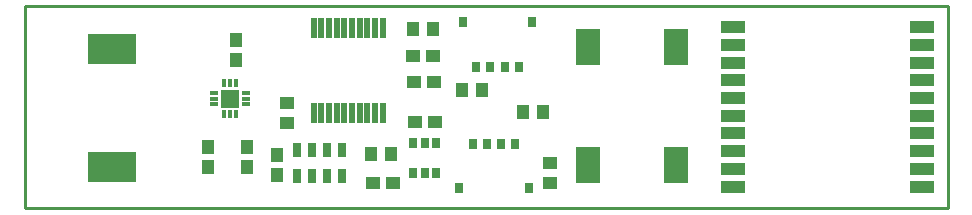
<source format=gts>
G75*
G70*
%OFA0B0*%
%FSLAX24Y24*%
%IPPOS*%
%LPD*%
%AMOC8*
5,1,8,0,0,1.08239X$1,22.5*
%
%ADD10C,0.0100*%
%ADD11R,0.0210X0.0700*%
%ADD12R,0.0473X0.0434*%
%ADD13R,0.0276X0.0473*%
%ADD14R,0.0434X0.0473*%
%ADD15R,0.0276X0.0355*%
%ADD16R,0.0276X0.0375*%
%ADD17R,0.0316X0.0355*%
%ADD18R,0.0631X0.0631*%
%ADD19R,0.0316X0.0150*%
%ADD20R,0.0150X0.0316*%
%ADD21R,0.0827X0.0434*%
%ADD22R,0.1615X0.0985*%
%ADD23R,0.0827X0.1221*%
D10*
X000150Y000336D02*
X000150Y007056D01*
X000150Y007076D02*
X030913Y007076D01*
X030913Y000336D01*
X000150Y000336D01*
D11*
X009786Y003508D03*
X010036Y003508D03*
X010296Y003508D03*
X010556Y003508D03*
X010806Y003508D03*
X011066Y003508D03*
X011316Y003508D03*
X011576Y003508D03*
X011836Y003508D03*
X012086Y003508D03*
X012086Y006348D03*
X011836Y006348D03*
X011576Y006348D03*
X011316Y006348D03*
X011066Y006348D03*
X010806Y006348D03*
X010556Y006348D03*
X010296Y006348D03*
X010036Y006348D03*
X009786Y006348D03*
D12*
X013096Y005412D03*
X013765Y005412D03*
X013782Y004564D03*
X013113Y004564D03*
X008897Y003856D03*
X008897Y003187D03*
X013156Y003226D03*
X013826Y003226D03*
X017661Y001836D03*
X017661Y001167D03*
X012430Y001182D03*
X011761Y001182D03*
D13*
X010712Y001429D03*
X010220Y001429D03*
X009728Y001429D03*
X009236Y001429D03*
X009236Y002295D03*
X009728Y002295D03*
X010220Y002295D03*
X010712Y002295D03*
D14*
X011705Y002160D03*
X012375Y002160D03*
X008546Y002109D03*
X007548Y002378D03*
X006263Y002382D03*
X006263Y001713D03*
X007548Y001708D03*
X008546Y001440D03*
X016747Y003534D03*
X017416Y003534D03*
X015407Y004276D03*
X014738Y004276D03*
X007183Y005275D03*
X007183Y005944D03*
X013105Y006302D03*
X013774Y006302D03*
D15*
X013857Y002501D03*
X013482Y002501D03*
X013108Y002501D03*
X013108Y001517D03*
X013482Y001517D03*
X013857Y001517D03*
D16*
X015092Y002492D03*
X015564Y002492D03*
X016037Y002492D03*
X016509Y002492D03*
X016618Y005055D03*
X016146Y005055D03*
X015673Y005055D03*
X015201Y005055D03*
D17*
X014748Y006541D03*
X017071Y006541D03*
X016962Y001006D03*
X014639Y001006D03*
D18*
X006982Y003998D03*
D19*
X007513Y003998D03*
X007513Y004194D03*
X006450Y004194D03*
X006450Y003998D03*
X006450Y003801D03*
X007513Y003801D03*
D20*
X007179Y003466D03*
X006982Y003466D03*
X006785Y003466D03*
X006785Y004529D03*
X006982Y004529D03*
X007179Y004529D03*
D21*
X023749Y004606D03*
X023749Y005197D03*
X023749Y005787D03*
X023749Y006378D03*
X030048Y006378D03*
X030048Y005787D03*
X030048Y005197D03*
X030048Y004606D03*
X030048Y004016D03*
X030048Y003425D03*
X030048Y002834D03*
X030048Y002244D03*
X030048Y001653D03*
X030048Y001063D03*
X023749Y001063D03*
X023749Y001653D03*
X023749Y002244D03*
X023749Y002834D03*
X023749Y003425D03*
X023749Y004016D03*
D22*
X003053Y005645D03*
X003053Y001708D03*
D23*
X018916Y001788D03*
X021869Y001788D03*
X021869Y005725D03*
X018916Y005725D03*
M02*

</source>
